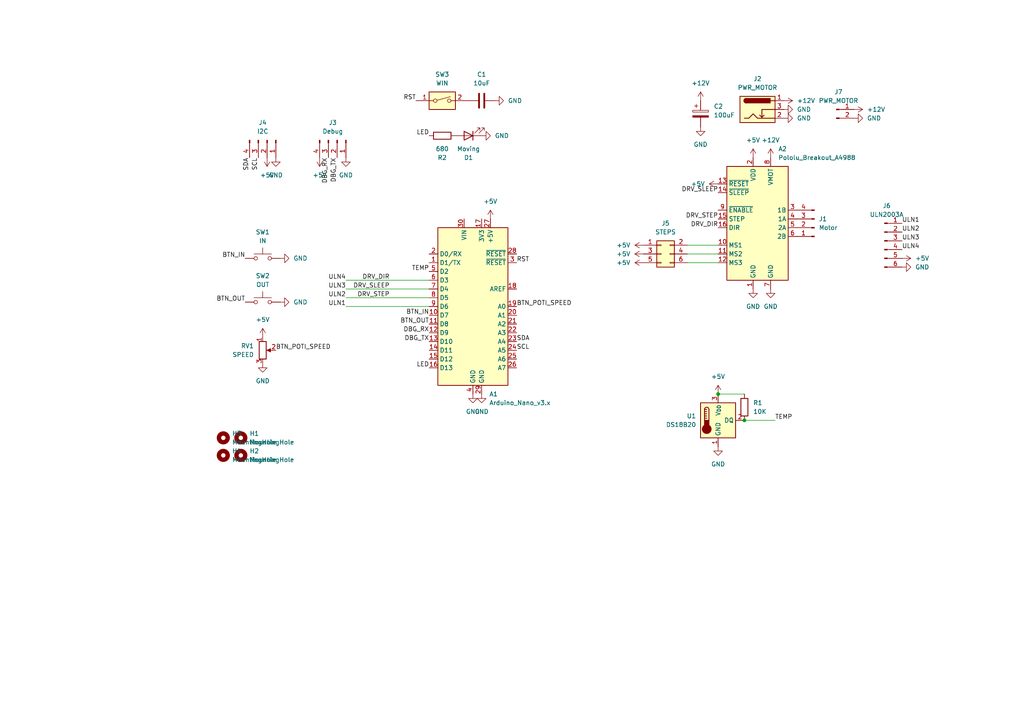
<source format=kicad_sch>
(kicad_sch (version 20230121) (generator eeschema)
  (paper "A4")
  (lib_symbols
    (symbol "Connector:Barrel_Jack_Switch" (pin_names hide)
      (property "Reference" "J" (at 0 5.334 0))
      (property "Value" "Barrel_Jack_Switch" (at 0 -5.08 0))
      (symbol "Barrel_Jack_Switch_0_1"
        (rectangle (start -5.08 3.81) (end 5.08 -3.81) (stroke (width 0.254)) (fill (type background)))
        (arc (start -3.302 3.175) (mid -3.9343 2.54) (end -3.302 1.905) (stroke (width 0.254)))
        (arc (start -3.302 3.175) (mid -3.9343 2.54) (end -3.302 1.905) (stroke (width 0.254)) (fill (type outline)))
        (polyline (pts (xy 1.27 -2.286) (xy 1.905 -1.651)) (stroke (width 0.254)))
        (polyline (pts (xy 5.08 2.54) (xy 3.81 2.54)) (stroke (width 0.254)))
        (polyline (pts (xy 5.08 0) (xy 1.27 0) (xy 1.27 -2.286) (xy 0.635 -1.651)) (stroke (width 0.254)))
        (polyline (pts (xy -3.81 -2.54) (xy -2.54 -2.54) (xy -1.27 -1.27) (xy 0 -2.54) (xy 2.54 -2.54) (xy 5.08 -2.54)) (stroke (width 0.254)))
        (rectangle (start 3.683 3.175) (end -3.302 1.905) (stroke (width 0.254)) (fill (type outline)))
      )
      (symbol "Barrel_Jack_Switch_1_1"
        (pin passive line (at 7.62 2.54 180) (length 2.54) (name "~") (number "1"))
        (pin passive line (at 7.62 -2.54 180) (length 2.54) (name "~") (number "2"))
        (pin passive line (at 7.62 0 180) (length 2.54) (name "~") (number "3"))
      )
    )
    (symbol "Connector:Conn_01x02_Pin" (pin_names (offset 1.016) hide)
      (property "Reference" "J" (at 0 2.54 0))
      (property "Value" "Conn_01x02_Pin" (at 0 -5.08 0))
      (symbol "Conn_01x02_Pin_1_1"
        (polyline (pts (xy 1.27 -2.54) (xy 0.8636 -2.54)) (stroke (width 0.1524)))
        (polyline (pts (xy 1.27 0) (xy 0.8636 0)) (stroke (width 0.1524)))
        (rectangle (start 0.8636 -2.413) (end 0 -2.667) (stroke (width 0.1524)) (fill (type outline)))
        (rectangle (start 0.8636 0.127) (end 0 -0.127) (stroke (width 0.1524)) (fill (type outline)))
        (pin passive line (at 5.08 0 180) (length 3.81) (name "Pin_1") (number "1"))
        (pin passive line (at 5.08 -2.54 180) (length 3.81) (name "Pin_2") (number "2"))
      )
    )
    (symbol "Connector:Conn_01x04_Pin" (pin_names (offset 1.016) hide)
      (property "Reference" "J" (at 0 5.08 0))
      (property "Value" "Conn_01x04_Pin" (at 0 -7.62 0))
      (symbol "Conn_01x04_Pin_1_1"
        (polyline (pts (xy 1.27 -5.08) (xy 0.8636 -5.08)) (stroke (width 0.1524)))
        (polyline (pts (xy 1.27 -2.54) (xy 0.8636 -2.54)) (stroke (width 0.1524)))
        (polyline (pts (xy 1.27 0) (xy 0.8636 0)) (stroke (width 0.1524)))
        (polyline (pts (xy 1.27 2.54) (xy 0.8636 2.54)) (stroke (width 0.1524)))
        (rectangle (start 0.8636 -4.953) (end 0 -5.207) (stroke (width 0.1524)) (fill (type outline)))
        (rectangle (start 0.8636 -2.413) (end 0 -2.667) (stroke (width 0.1524)) (fill (type outline)))
        (rectangle (start 0.8636 0.127) (end 0 -0.127) (stroke (width 0.1524)) (fill (type outline)))
        (rectangle (start 0.8636 2.667) (end 0 2.413) (stroke (width 0.1524)) (fill (type outline)))
        (pin passive line (at 5.08 2.54 180) (length 3.81) (name "Pin_1") (number "1"))
        (pin passive line (at 5.08 0 180) (length 3.81) (name "Pin_2") (number "2"))
        (pin passive line (at 5.08 -2.54 180) (length 3.81) (name "Pin_3") (number "3"))
        (pin passive line (at 5.08 -5.08 180) (length 3.81) (name "Pin_4") (number "4"))
      )
    )
    (symbol "Connector:Conn_01x06_Pin" (pin_names (offset 1.016) hide)
      (property "Reference" "J" (at 0 7.62 0))
      (property "Value" "Conn_01x06_Pin" (at 0 -10.16 0))
      (symbol "Conn_01x06_Pin_1_1"
        (polyline (pts (xy 1.27 -7.62) (xy 0.8636 -7.62)) (stroke (width 0.1524)))
        (polyline (pts (xy 1.27 -5.08) (xy 0.8636 -5.08)) (stroke (width 0.1524)))
        (polyline (pts (xy 1.27 -2.54) (xy 0.8636 -2.54)) (stroke (width 0.1524)))
        (polyline (pts (xy 1.27 0) (xy 0.8636 0)) (stroke (width 0.1524)))
        (polyline (pts (xy 1.27 2.54) (xy 0.8636 2.54)) (stroke (width 0.1524)))
        (polyline (pts (xy 1.27 5.08) (xy 0.8636 5.08)) (stroke (width 0.1524)))
        (rectangle (start 0.8636 -7.493) (end 0 -7.747) (stroke (width 0.1524)) (fill (type outline)))
        (rectangle (start 0.8636 -4.953) (end 0 -5.207) (stroke (width 0.1524)) (fill (type outline)))
        (rectangle (start 0.8636 -2.413) (end 0 -2.667) (stroke (width 0.1524)) (fill (type outline)))
        (rectangle (start 0.8636 0.127) (end 0 -0.127) (stroke (width 0.1524)) (fill (type outline)))
        (rectangle (start 0.8636 2.667) (end 0 2.413) (stroke (width 0.1524)) (fill (type outline)))
        (rectangle (start 0.8636 5.207) (end 0 4.953) (stroke (width 0.1524)) (fill (type outline)))
        (pin passive line (at 5.08 5.08 180) (length 3.81) (name "Pin_1") (number "1"))
        (pin passive line (at 5.08 2.54 180) (length 3.81) (name "Pin_2") (number "2"))
        (pin passive line (at 5.08 0 180) (length 3.81) (name "Pin_3") (number "3"))
        (pin passive line (at 5.08 -2.54 180) (length 3.81) (name "Pin_4") (number "4"))
        (pin passive line (at 5.08 -5.08 180) (length 3.81) (name "Pin_5") (number "5"))
        (pin passive line (at 5.08 -7.62 180) (length 3.81) (name "Pin_6") (number "6"))
      )
    )
    (symbol "Connector_Generic:Conn_02x03_Odd_Even" (pin_names (offset 1.016) hide)
      (property "Reference" "J" (at 1.27 5.08 0))
      (property "Value" "Conn_02x03_Odd_Even" (at 1.27 -5.08 0))
      (symbol "Conn_02x03_Odd_Even_1_1"
        (rectangle (start -1.27 -2.413) (end 0 -2.667) (stroke (width 0.1524)))
        (rectangle (start -1.27 0.127) (end 0 -0.127) (stroke (width 0.1524)))
        (rectangle (start -1.27 2.667) (end 0 2.413) (stroke (width 0.1524)))
        (rectangle (start -1.27 3.81) (end 3.81 -3.81) (stroke (width 0.254)) (fill (type background)))
        (rectangle (start 3.81 -2.413) (end 2.54 -2.667) (stroke (width 0.1524)))
        (rectangle (start 3.81 0.127) (end 2.54 -0.127) (stroke (width 0.1524)))
        (rectangle (start 3.81 2.667) (end 2.54 2.413) (stroke (width 0.1524)))
        (pin passive line (at -5.08 2.54 0) (length 3.81) (name "Pin_1") (number "1"))
        (pin passive line (at 7.62 2.54 180) (length 3.81) (name "Pin_2") (number "2"))
        (pin passive line (at -5.08 0 0) (length 3.81) (name "Pin_3") (number "3"))
        (pin passive line (at 7.62 0 180) (length 3.81) (name "Pin_4") (number "4"))
        (pin passive line (at -5.08 -2.54 0) (length 3.81) (name "Pin_5") (number "5"))
        (pin passive line (at 7.62 -2.54 180) (length 3.81) (name "Pin_6") (number "6"))
      )
    )
    (symbol "Device:C" (pin_numbers hide) (pin_names (offset 0.254))
      (property "Reference" "C" (at 0.635 2.54 0))
      (property "Value" "C" (at 0.635 -2.54 0))
      (symbol "C_0_1"
        (polyline (pts (xy -2.032 -0.762) (xy 2.032 -0.762)) (stroke (width 0.508)))
        (polyline (pts (xy -2.032 0.762) (xy 2.032 0.762)) (stroke (width 0.508)))
      )
      (symbol "C_1_1"
        (pin passive line (at 0 3.81 270) (length 2.794) (name "~") (number "1"))
        (pin passive line (at 0 -3.81 90) (length 2.794) (name "~") (number "2"))
      )
    )
    (symbol "Device:C_Polarized" (pin_numbers hide) (pin_names (offset 0.254))
      (property "Reference" "C" (at 0.635 2.54 0))
      (property "Value" "C_Polarized" (at 0.635 -2.54 0))
      (symbol "C_Polarized_0_1"
        (rectangle (start -2.286 0.508) (end 2.286 1.016))
        (polyline (pts (xy -1.778 2.286) (xy -0.762 2.286)))
        (polyline (pts (xy -1.27 2.794) (xy -1.27 1.778)))
        (rectangle (start 2.286 -0.508) (end -2.286 -1.016) (fill (type outline)))
      )
      (symbol "C_Polarized_1_1"
        (pin passive line (at 0 3.81 270) (length 2.794) (name "~") (number "1"))
        (pin passive line (at 0 -3.81 90) (length 2.794) (name "~") (number "2"))
      )
    )
    (symbol "Device:LED" (pin_numbers hide) (pin_names (offset 1.016) hide)
      (property "Reference" "D" (at 0 2.54 0))
      (property "Value" "LED" (at 0 -2.54 0))
      (symbol "LED_0_1"
        (polyline (pts (xy -1.27 -1.27) (xy -1.27 1.27)) (stroke (width 0.254)))
        (polyline (pts (xy -1.27 0) (xy 1.27 0)))
        (polyline (pts (xy 1.27 -1.27) (xy 1.27 1.27) (xy -1.27 0) (xy 1.27 -1.27)) (stroke (width 0.254)))
        (polyline (pts (xy -3.048 -0.762) (xy -4.572 -2.286) (xy -3.81 -2.286) (xy -4.572 -2.286) (xy -4.572 -1.524)))
        (polyline (pts (xy -1.778 -0.762) (xy -3.302 -2.286) (xy -2.54 -2.286) (xy -3.302 -2.286) (xy -3.302 -1.524)))
      )
      (symbol "LED_1_1"
        (pin passive line (at -3.81 0 0) (length 2.54) (name "K") (number "1"))
        (pin passive line (at 3.81 0 180) (length 2.54) (name "A") (number "2"))
      )
    )
    (symbol "Device:R" (pin_numbers hide) (pin_names (offset 0))
      (property "Reference" "R" (at 2.032 0 90))
      (property "Value" "R" (at 0 0 90))
      (symbol "R_0_1"
        (rectangle (start -1.016 -2.54) (end 1.016 2.54) (stroke (width 0.254)))
      )
      (symbol "R_1_1"
        (pin passive line (at 0 3.81 270) (length 1.27) (name "~") (number "1"))
        (pin passive line (at 0 -3.81 90) (length 1.27) (name "~") (number "2"))
      )
    )
    (symbol "Device:R_Potentiometer" (pin_names (offset 1.016) hide)
      (property "Reference" "RV" (at -4.445 0 90))
      (property "Value" "R_Potentiometer" (at -2.54 0 90))
      (symbol "R_Potentiometer_0_1"
        (polyline (pts (xy 2.54 0) (xy 1.524 0)))
        (polyline (pts (xy 1.143 0) (xy 2.286 0.508) (xy 2.286 -0.508) (xy 1.143 0)) (fill (type outline)))
        (rectangle (start 1.016 2.54) (end -1.016 -2.54) (stroke (width 0.254)))
      )
      (symbol "R_Potentiometer_1_1"
        (pin passive line (at 0 3.81 270) (length 1.27) (name "1") (number "1"))
        (pin passive line (at 3.81 0 180) (length 1.27) (name "2") (number "2"))
        (pin passive line (at 0 -3.81 90) (length 1.27) (name "3") (number "3"))
      )
    )
    (symbol "Driver_Motor:Pololu_Breakout_A4988"
      (property "Reference" "A" (at -2.54 19.05 0))
      (property "Value" "Pololu_Breakout_A4988" (at -2.54 16.51 0))
      (symbol "Pololu_Breakout_A4988_0_1"
        (rectangle (start 10.16 -17.78) (end -7.62 15.24) (stroke (width 0.254)) (fill (type background)))
      )
      (symbol "Pololu_Breakout_A4988_1_1"
        (pin power_in line (at 0 -20.32 90) (length 2.54) (name "GND") (number "1"))
        (pin input line (at -10.16 -7.62 0) (length 2.54) (name "MS1") (number "10"))
        (pin input line (at -10.16 -10.16 0) (length 2.54) (name "MS2") (number "11"))
        (pin input line (at -10.16 -12.7 0) (length 2.54) (name "MS3") (number "12"))
        (pin input line (at -10.16 10.16 0) (length 2.54) (name "~{RESET}") (number "13"))
        (pin input line (at -10.16 7.62 0) (length 2.54) (name "~{SLEEP}") (number "14"))
        (pin input line (at -10.16 0 0) (length 2.54) (name "STEP") (number "15"))
        (pin input line (at -10.16 -2.54 0) (length 2.54) (name "DIR") (number "16"))
        (pin power_in line (at 0 17.78 270) (length 2.54) (name "VDD") (number "2"))
        (pin output line (at 12.7 2.54 180) (length 2.54) (name "1B") (number "3"))
        (pin output line (at 12.7 0 180) (length 2.54) (name "1A") (number "4"))
        (pin output line (at 12.7 -2.54 180) (length 2.54) (name "2A") (number "5"))
        (pin output line (at 12.7 -5.08 180) (length 2.54) (name "2B") (number "6"))
        (pin power_in line (at 5.08 -20.32 90) (length 2.54) (name "GND") (number "7"))
        (pin power_in line (at 5.08 17.78 270) (length 2.54) (name "VMOT") (number "8"))
        (pin input line (at -10.16 2.54 0) (length 2.54) (name "~{ENABLE}") (number "9"))
      )
    )
    (symbol "MCU_Module:Arduino_Nano_v3.x"
      (property "Reference" "A" (at -10.16 23.495 0))
      (property "Value" "Arduino_Nano_v3.x" (at 5.08 -24.13 0))
      (symbol "Arduino_Nano_v3.x_0_1"
        (rectangle (start -10.16 22.86) (end 10.16 -22.86) (stroke (width 0.254)) (fill (type background)))
      )
      (symbol "Arduino_Nano_v3.x_1_1"
        (pin bidirectional line (at -12.7 12.7 0) (length 2.54) (name "D1/TX") (number "1"))
        (pin bidirectional line (at -12.7 -2.54 0) (length 2.54) (name "D7") (number "10"))
        (pin bidirectional line (at -12.7 -5.08 0) (length 2.54) (name "D8") (number "11"))
        (pin bidirectional line (at -12.7 -7.62 0) (length 2.54) (name "D9") (number "12"))
        (pin bidirectional line (at -12.7 -10.16 0) (length 2.54) (name "D10") (number "13"))
        (pin bidirectional line (at -12.7 -12.7 0) (length 2.54) (name "D11") (number "14"))
        (pin bidirectional line (at -12.7 -15.24 0) (length 2.54) (name "D12") (number "15"))
        (pin bidirectional line (at -12.7 -17.78 0) (length 2.54) (name "D13") (number "16"))
        (pin power_out line (at 2.54 25.4 270) (length 2.54) (name "3V3") (number "17"))
        (pin input line (at 12.7 5.08 180) (length 2.54) (name "AREF") (number "18"))
        (pin bidirectional line (at 12.7 0 180) (length 2.54) (name "A0") (number "19"))
        (pin bidirectional line (at -12.7 15.24 0) (length 2.54) (name "D0/RX") (number "2"))
        (pin bidirectional line (at 12.7 -2.54 180) (length 2.54) (name "A1") (number "20"))
        (pin bidirectional line (at 12.7 -5.08 180) (length 2.54) (name "A2") (number "21"))
        (pin bidirectional line (at 12.7 -7.62 180) (length 2.54) (name "A3") (number "22"))
        (pin bidirectional line (at 12.7 -10.16 180) (length 2.54) (name "A4") (number "23"))
        (pin bidirectional line (at 12.7 -12.7 180) (length 2.54) (name "A5") (number "24"))
        (pin bidirectional line (at 12.7 -15.24 180) (length 2.54) (name "A6") (number "25"))
        (pin bidirectional line (at 12.7 -17.78 180) (length 2.54) (name "A7") (number "26"))
        (pin power_out line (at 5.08 25.4 270) (length 2.54) (name "+5V") (number "27"))
        (pin input line (at 12.7 15.24 180) (length 2.54) (name "~{RESET}") (number "28"))
        (pin power_in line (at 2.54 -25.4 90) (length 2.54) (name "GND") (number "29"))
        (pin input line (at 12.7 12.7 180) (length 2.54) (name "~{RESET}") (number "3"))
        (pin power_in line (at -2.54 25.4 270) (length 2.54) (name "VIN") (number "30"))
        (pin power_in line (at 0 -25.4 90) (length 2.54) (name "GND") (number "4"))
        (pin bidirectional line (at -12.7 10.16 0) (length 2.54) (name "D2") (number "5"))
        (pin bidirectional line (at -12.7 7.62 0) (length 2.54) (name "D3") (number "6"))
        (pin bidirectional line (at -12.7 5.08 0) (length 2.54) (name "D4") (number "7"))
        (pin bidirectional line (at -12.7 2.54 0) (length 2.54) (name "D5") (number "8"))
        (pin bidirectional line (at -12.7 0 0) (length 2.54) (name "D6") (number "9"))
      )
    )
    (symbol "Mechanical:MountingHole" (pin_names (offset 1.016))
      (property "Reference" "H" (at 0 5.08 0))
      (property "Value" "MountingHole" (at 0 3.175 0))
      (symbol "MountingHole_0_1"
        (circle (center 0 0) (radius 1.27) (stroke (width 1.27)))
      )
    )
    (symbol "Sensor_Temperature:DS18B20"
      (property "Reference" "U" (at -3.81 6.35 0))
      (property "Value" "DS18B20" (at 6.35 6.35 0))
      (symbol "DS18B20_0_1"
        (rectangle (start -5.08 5.08) (end 5.08 -5.08) (stroke (width 0.254)) (fill (type background)))
        (circle (center -3.302 -2.54) (radius 1.27) (stroke (width 0.254)) (fill (type outline)))
        (rectangle (start -2.667 -1.905) (end -3.937 0) (stroke (width 0.254)) (fill (type outline)))
        (arc (start -2.667 3.175) (mid -3.302 3.8073) (end -3.937 3.175) (stroke (width 0.254)))
        (polyline (pts (xy -3.937 0.635) (xy -3.302 0.635)) (stroke (width 0.254)))
        (polyline (pts (xy -3.937 1.27) (xy -3.302 1.27)) (stroke (width 0.254)))
        (polyline (pts (xy -3.937 1.905) (xy -3.302 1.905)) (stroke (width 0.254)))
        (polyline (pts (xy -3.937 2.54) (xy -3.302 2.54)) (stroke (width 0.254)))
        (polyline (pts (xy -3.937 3.175) (xy -3.937 0)) (stroke (width 0.254)))
        (polyline (pts (xy -3.937 3.175) (xy -3.302 3.175)) (stroke (width 0.254)))
        (polyline (pts (xy -2.667 3.175) (xy -2.667 0)) (stroke (width 0.254)))
      )
      (symbol "DS18B20_1_1"
        (pin power_in line (at 0 -7.62 90) (length 2.54) (name "GND") (number "1"))
        (pin bidirectional line (at 7.62 0 180) (length 2.54) (name "DQ") (number "2"))
        (pin power_in line (at 0 7.62 270) (length 2.54) (name "V_{DD}") (number "3"))
      )
    )
    (symbol "Switch:SW_DIP_x01" (pin_names (offset 0) hide)
      (property "Reference" "SW" (at 0 3.81 0))
      (property "Value" "SW_DIP_x01" (at 0 -3.81 0))
      (symbol "SW_DIP_x01_0_0"
        (circle (center -2.032 0) (radius 0.508))
        (polyline (pts (xy -1.524 0.127) (xy 2.3622 1.1684)))
        (circle (center 2.032 0) (radius 0.508))
      )
      (symbol "SW_DIP_x01_0_1"
        (rectangle (start -3.81 2.54) (end 3.81 -2.54) (stroke (width 0.254)) (fill (type background)))
      )
      (symbol "SW_DIP_x01_1_1"
        (pin passive line (at -7.62 0 0) (length 5.08) (name "~") (number "1"))
        (pin passive line (at 7.62 0 180) (length 5.08) (name "~") (number "2"))
      )
    )
    (symbol "Switch:SW_Push" (pin_numbers hide) (pin_names (offset 1.016) hide)
      (property "Reference" "SW" (at 1.27 2.54 0))
      (property "Value" "SW_Push" (at 0 -1.524 0))
      (symbol "SW_Push_0_1"
        (circle (center -2.032 0) (radius 0.508))
        (polyline (pts (xy 0 1.27) (xy 0 3.048)))
        (polyline (pts (xy 2.54 1.27) (xy -2.54 1.27)))
        (circle (center 2.032 0) (radius 0.508))
        (pin passive line (at -5.08 0 0) (length 2.54) (name "1") (number "1"))
        (pin passive line (at 5.08 0 180) (length 2.54) (name "2") (number "2"))
      )
    )
    (symbol "power:+12V" (power) (pin_names (offset 0))
      (property "Value" "+12V" (at 0 3.556 0))
      (symbol "+12V_0_1"
        (polyline (pts (xy -0.762 1.27) (xy 0 2.54)))
        (polyline (pts (xy 0 0) (xy 0 2.54)))
        (polyline (pts (xy 0 2.54) (xy 0.762 1.27)))
      )
      (symbol "+12V_1_1"
        (pin power_in line (at 0 0 90) (length 0) hide (name "+12V") (number "1"))
      )
    )
    (symbol "power:+5V" (power) (pin_names (offset 0))
      (property "Value" "+5V" (at 0 3.556 0))
      (symbol "+5V_0_1"
        (polyline (pts (xy -0.762 1.27) (xy 0 2.54)))
        (polyline (pts (xy 0 0) (xy 0 2.54)))
        (polyline (pts (xy 0 2.54) (xy 0.762 1.27)))
      )
      (symbol "+5V_1_1"
        (pin power_in line (at 0 0 90) (length 0) hide (name "+5V") (number "1"))
      )
    )
    (symbol "power:GND" (power) (pin_names (offset 0))
      (property "Value" "GND" (at 0 -3.81 0))
      (symbol "GND_0_1"
        (polyline (pts (xy 0 0) (xy 0 -1.27) (xy 1.27 -1.27) (xy 0 -2.54) (xy -1.27 -1.27) (xy 0 -1.27)))
      )
      (symbol "GND_1_1"
        (pin power_in line (at 0 0 270) (length 0) hide (name "GND") (number "1"))
      )
    )
  )
  (junction (at 208.28 114.3))
  (junction (at 215.9 121.92))
  (wire (pts (xy 199.39 73.66) (xy 208.28 73.66)))
  (wire (pts (xy 208.28 114.3) (xy 215.9 114.3)))
  (wire (pts (xy 100.33 83.82) (xy 124.46 83.82)))
  (wire (pts (xy 199.39 76.2) (xy 208.28 76.2)))
  (wire (pts (xy 215.9 121.92) (xy 224.79 121.92)))
  (wire (pts (xy 100.33 88.9) (xy 124.46 88.9)))
  (wire (pts (xy 100.33 81.28) (xy 124.46 81.28)))
  (wire (pts (xy 199.39 71.12) (xy 208.28 71.12)))
  (wire (pts (xy 100.33 86.36) (xy 124.46 86.36)))
  (label "TEMP" (at 124.46 78.74 180))
  (label "BTN_OUT" (at 124.46 93.98 180))
  (label "SDA" (at 149.86 99.06 0))
  (label "DRV_STEP" (at 113.03 86.36 180))
  (label "BTN_POTI_SPEED" (at 80.01 101.6 0))
  (label "DBG_RX" (at 95.25 45.72 270))
  (label "DRV_DIR" (at 208.28 66.04 180))
  (label "BTN_OUT" (at 71.12 87.63 180))
  (label "DRV_DIR" (at 113.03 81.28 180))
  (label "ULN3" (at 100.33 83.82 180))
  (label "SCL" (at 74.93 45.72 270))
  (label "ULN1" (at 100.33 88.9 180))
  (label "LED" (at 124.46 39.37 180))
  (label "ULN2" (at 100.33 86.36 180))
  (label "ULN1" (at 261.62 64.77 0))
  (label "ULN4" (at 100.33 81.28 180))
  (label "BTN_IN" (at 124.46 91.44 180))
  (label "TEMP" (at 224.79 121.92 0))
  (label "DRV_SLEEP" (at 113.03 83.82 180))
  (label "SCL" (at 149.86 101.6 0))
  (label "BTN_POTI_SPEED" (at 149.86 88.9 0))
  (label "DRV_SLEEP" (at 208.28 55.88 180))
  (label "ULN4" (at 261.62 72.39 0))
  (label "DRV_STEP" (at 208.28 63.5 180))
  (label "ULN3" (at 261.62 69.85 0))
  (label "ULN2" (at 261.62 67.31 0))
  (label "DBG_TX" (at 124.46 99.06 180))
  (label "DBG_TX" (at 97.79 45.72 270))
  (label "RST" (at 149.86 76.2 0))
  (label "LED" (at 124.46 106.68 180))
  (label "DBG_RX" (at 124.46 96.52 180))
  (label "BTN_IN" (at 71.12 74.93 180))
  (label "SDA" (at 72.39 45.72 270))
  (label "RST" (at 120.65 29.21 180))
  (symbol (lib_id "power:GND") (at 80.01 45.72 0) (unit 1)
    (property "Reference" "#PWR023" (effects hide))
    (property "Value" "GND" (at 80.01 50.8 0))
  )
  (symbol (lib_id "power:GND") (at 247.65 34.29 90) (unit 1)
    (property "Reference" "#PWR031" (effects hide))
    (property "Value" "GND" (at 251.46 34.29 90) (effects (justify right)))
  )
  (symbol (lib_id "power:GND") (at 76.2 105.41 0) (unit 1)
    (property "Reference" "#PWR09" (effects hide))
    (property "Value" "GND" (at 76.2 110.49 0))
  )
  (symbol (lib_id "power:+5V") (at 186.69 71.12 90) (unit 1)
    (property "Reference" "#PWR025" (effects hide))
    (property "Value" "+5V" (at 182.88 71.12 90) (effects (justify left)))
  )
  (symbol (lib_id "Switch:SW_Push") (at 76.2 87.63 0) (unit 1)
    (property "Reference" "SW2" (at 76.2 80.01 0))
    (property "Value" "OUT" (at 76.2 82.55 0))
    (property "Footprint" "Button_Switch_SMD:SW_SPST_CK_RS282G05A3" (effects hide))
  )
  (symbol (lib_id "power:GND") (at 218.44 83.82 0) (unit 1)
    (property "Reference" "#PWR04" (effects hide))
    (property "Value" "GND" (at 218.44 88.9 0))
  )
  (symbol (lib_id "Sensor_Temperature:DS18B20") (at 208.28 121.92 0) (unit 1)
    (property "Reference" "U1" (at 201.93 120.65 0) (effects (justify right)))
    (property "Value" "DS18B20" (at 201.93 123.19 0) (effects (justify right)))
    (property "Footprint" "Package_TO_SOT_THT:TO-92_Inline" (effects hide))
    (property "Datasheet" "http://datasheets.maximintegrated.com/en/ds/DS18B20.pdf" (effects hide))
  )
  (symbol (lib_id "Device:C_Polarized") (at 203.2 33.02 0) (unit 1)
    (property "Reference" "C2" (at 207.01 30.861 0) (effects (justify left)))
    (property "Value" "100uF" (at 207.01 33.401 0) (effects (justify left)))
    (property "Footprint" "Capacitor_SMD:CP_Elec_6.3x5.9" (effects hide))
  )
  (symbol (lib_id "MCU_Module:Arduino_Nano_v3.x") (at 137.16 88.9 0) (unit 1)
    (property "Reference" "A1" (at 141.8941 114.3 0) (effects (justify left)))
    (property "Value" "Arduino_Nano_v3.x" (at 141.8941 116.84 0) (effects (justify left)))
    (property "Footprint" "Module:Arduino_Nano" (effects hide))
    (property "Datasheet" "http://www.mouser.com/pdfdocs/Gravitech_Arduino_Nano3_0.pdf" (effects hide))
  )
  (symbol (lib_id "power:GND") (at 203.2 36.83 0) (unit 1)
    (property "Reference" "#PWR019" (effects hide))
    (property "Value" "GND" (at 203.2 41.91 0))
  )
  (symbol (lib_id "Connector:Barrel_Jack_Switch") (at 219.71 31.75 0) (unit 1)
    (property "Reference" "J2" (at 219.71 22.86 0))
    (property "Value" "PWR_MOTOR" (at 219.71 25.4 0))
    (property "Footprint" "Connector_BarrelJack:BarrelJack_Horizontal" (effects hide))
    (property "Datasheet" "https://de.aliexpress.com/item/1005002561919358.html" (effects hide))
  )
  (symbol (lib_id "Driver_Motor:Pololu_Breakout_A4988") (at 218.44 63.5 0) (unit 1)
    (property "Reference" "A2" (at 225.7141 43.18 0) (effects (justify left)))
    (property "Value" "Pololu_Breakout_A4988" (at 225.7141 45.72 0) (effects (justify left)))
    (property "Footprint" "Module:Pololu_Breakout-16_15.2x20.3mm" (effects hide))
    (property "Datasheet" "https://www.pololu.com/product/2980/pictures" (effects hide))
  )
  (symbol (lib_id "Connector:Conn_01x06_Pin") (at 256.54 69.85 0) (unit 1)
    (property "Reference" "J6" (at 257.175 59.69 0))
    (property "Value" "ULN2003A" (at 257.175 62.23 0))
    (property "Footprint" "Connector_PinHeader_2.54mm:PinHeader_1x06_P2.54mm_Vertical" (effects hide))
  )
  (symbol (lib_id "power:GND") (at 261.62 77.47 90) (unit 1)
    (property "Reference" "#PWR028" (effects hide))
    (property "Value" "GND" (at 265.43 77.47 90) (effects (justify right)))
  )
  (symbol (lib_id "power:GND") (at 100.33 45.72 0) (unit 1)
    (property "Reference" "#PWR022" (effects hide))
    (property "Value" "GND" (at 100.33 50.8 0))
  )
  (symbol (lib_id "power:+5V") (at 208.28 53.34 90) (unit 1)
    (property "Reference" "#PWR020" (effects hide))
    (property "Value" "+5V" (at 204.47 53.34 90) (effects (justify left)))
  )
  (symbol (lib_id "power:+5V") (at 208.28 114.3 0) (unit 1)
    (property "Reference" "#PWR013" (effects hide))
    (property "Value" "+5V" (at 208.28 109.22 0))
  )
  (symbol (lib_id "power:GND") (at 81.28 87.63 90) (unit 1)
    (property "Reference" "#PWR08" (effects hide))
    (property "Value" "GND" (at 85.09 87.63 90) (effects (justify right)))
  )
  (symbol (lib_id "Connector:Conn_01x04_Pin") (at 236.22 66.04 180) (unit 1)
    (property "Reference" "J1" (at 237.49 63.5 0) (effects (justify right)))
    (property "Value" "Motor" (at 237.49 66.04 0) (effects (justify right)))
    (property "Footprint" "Connector_JST:JST_XH_B4B-XH-A_1x04_P2.50mm_Vertical" (effects hide))
  )
  (symbol (lib_id "Mechanical:MountingHole") (at 69.85 127 0) (unit 1)
    (property "Reference" "H1" (at 72.39 125.73 0) (effects (justify left)))
    (property "Value" "MountingHole" (at 72.39 128.27 0) (effects (justify left)))
    (property "Footprint" "MountingHole:MountingHole_3.2mm_M3" (effects hide))
  )
  (symbol (lib_id "power:+12V") (at 223.52 45.72 0) (unit 1)
    (property "Reference" "#PWR015" (effects hide))
    (property "Value" "+12V" (at 223.52 40.64 0))
  )
  (symbol (lib_id "power:GND") (at 208.28 129.54 0) (unit 1)
    (property "Reference" "#PWR012" (effects hide))
    (property "Value" "GND" (at 208.28 134.62 0))
  )
  (symbol (lib_id "power:+5V") (at 218.44 45.72 0) (unit 1)
    (property "Reference" "#PWR016" (effects hide))
    (property "Value" "+5V" (at 218.44 40.64 0))
  )
  (symbol (lib_id "power:+12V") (at 203.2 29.21 0) (unit 1)
    (property "Reference" "#PWR018" (effects hide))
    (property "Value" "+12V" (at 203.2 24.13 0))
  )
  (symbol (lib_id "Device:R_Potentiometer") (at 76.2 101.6 0) (unit 1)
    (property "Reference" "RV1" (at 73.66 100.33 0) (effects (justify right)))
    (property "Value" "SPEED" (at 73.66 102.87 0) (effects (justify right)))
    (property "Footprint" "Potentiometer_THT:Potentiometer_Vishay_T73YP_Vertical" (effects hide))
    (property "Datasheet" "https://de.aliexpress.com/item/1005003399827077.html" (effects hide))
  )
  (symbol (lib_id "power:+12V") (at 227.33 29.21 270) (unit 1)
    (property "Reference" "#PWR014" (effects hide))
    (property "Value" "+12V" (at 231.14 29.21 90) (effects (justify left)))
  )
  (symbol (lib_id "Connector:Conn_01x02_Pin") (at 242.57 31.75 0) (unit 1)
    (property "Reference" "J7" (at 243.205 26.67 0))
    (property "Value" "PWR_MOTOR" (at 243.205 29.21 0))
    (property "Footprint" "Connector_PinHeader_2.54mm:PinHeader_1x02_P2.54mm_Vertical" (effects hide))
  )
  (symbol (lib_id "Switch:SW_Push") (at 76.2 74.93 0) (unit 1)
    (property "Reference" "SW1" (at 76.2 67.31 0))
    (property "Value" "IN" (at 76.2 69.85 0))
    (property "Footprint" "Button_Switch_SMD:SW_SPST_CK_RS282G05A3" (effects hide))
  )
  (symbol (lib_id "Mechanical:MountingHole") (at 64.77 127 0) (unit 1)
    (property "Reference" "H3" (at 67.31 125.73 0) (effects (justify left)))
    (property "Value" "MountingHole" (at 67.31 128.27 0) (effects (justify left)))
    (property "Footprint" "MountingHole:MountingHole_3.2mm_M3" (effects hide))
  )
  (symbol (lib_id "Device:LED") (at 135.89 39.37 180) (unit 1)
    (property "Reference" "D1" (at 135.89 45.72 0))
    (property "Value" "Moving" (at 135.89 43.18 0))
    (property "Footprint" "LED_SMD:LED_0805_2012Metric" (effects hide))
  )
  (symbol (lib_id "power:+5V") (at 186.69 73.66 90) (unit 1)
    (property "Reference" "#PWR026" (effects hide))
    (property "Value" "+5V" (at 182.88 73.66 90) (effects (justify left)))
  )
  (symbol (lib_id "power:+5V") (at 76.2 97.79 0) (unit 1)
    (property "Reference" "#PWR011" (effects hide))
    (property "Value" "+5V" (at 76.2 92.71 0))
  )
  (symbol (lib_id "power:GND") (at 227.33 34.29 90) (unit 1)
    (property "Reference" "#PWR06" (effects hide))
    (property "Value" "GND" (at 231.14 34.29 90) (effects (justify right)))
  )
  (symbol (lib_id "Connector:Conn_01x04_Pin") (at 77.47 40.64 270) (unit 1)
    (property "Reference" "J4" (at 76.2 35.56 90))
    (property "Value" "I2C" (at 76.2 38.1 90))
    (property "Footprint" "Connector_PinHeader_2.54mm:PinHeader_1x04_P2.54mm_Vertical" (effects hide))
  )
  (symbol (lib_id "power:+12V") (at 247.65 31.75 270) (unit 1)
    (property "Reference" "#PWR030" (effects hide))
    (property "Value" "+12V" (at 251.46 31.75 90) (effects (justify left)))
  )
  (symbol (lib_id "power:GND") (at 81.28 74.93 90) (unit 1)
    (property "Reference" "#PWR07" (effects hide))
    (property "Value" "GND" (at 85.09 74.93 90) (effects (justify right)))
  )
  (symbol (lib_id "power:GND") (at 139.7 114.3 0) (unit 1)
    (property "Reference" "#PWR02" (effects hide))
    (property "Value" "GND" (at 139.7 119.38 0))
  )
  (symbol (lib_id "power:+5V") (at 77.47 45.72 180) (unit 1)
    (property "Reference" "#PWR024" (effects hide))
    (property "Value" "+5V" (at 77.47 50.8 0))
  )
  (symbol (lib_id "power:+5V") (at 92.71 45.72 180) (unit 1)
    (property "Reference" "#PWR021" (effects hide))
    (property "Value" "+5V" (at 92.71 50.8 0))
  )
  (symbol (lib_id "Switch:SW_DIP_x01") (at 128.27 29.21 0) (unit 1)
    (property "Reference" "SW3" (at 128.27 21.59 0))
    (property "Value" "WIN" (at 128.27 24.13 0))
    (property "Footprint" "Button_Switch_SMD:SW_DIP_SPSTx01_Slide_6.7x4.1mm_W6.73mm_P2.54mm_LowProfile_JPin" (effects hide))
  )
  (symbol (lib_id "power:+5V") (at 186.69 76.2 90) (unit 1)
    (property "Reference" "#PWR027" (effects hide))
    (property "Value" "+5V" (at 182.88 76.2 90) (effects (justify left)))
  )
  (symbol (lib_id "Mechanical:MountingHole") (at 69.85 132.08 0) (unit 1)
    (property "Reference" "H2" (at 72.39 130.81 0) (effects (justify left)))
    (property "Value" "MountingHole" (at 72.39 133.35 0) (effects (justify left)))
    (property "Footprint" "MountingHole:MountingHole_3.2mm_M3" (effects hide))
  )
  (symbol (lib_id "Connector_Generic:Conn_02x03_Odd_Even") (at 191.77 73.66 0) (unit 1)
    (property "Reference" "J5" (at 193.04 64.77 0))
    (property "Value" "STEPS" (at 193.04 67.31 0))
    (property "Footprint" "Connector_PinHeader_2.54mm:PinHeader_2x03_P2.54mm_Vertical" (effects hide))
  )
  (symbol (lib_id "power:GND") (at 137.16 114.3 0) (unit 1)
    (property "Reference" "#PWR01" (effects hide))
    (property "Value" "GND" (at 137.16 119.38 0))
  )
  (symbol (lib_id "Device:R") (at 128.27 39.37 270) (unit 1)
    (property "Reference" "R2" (at 128.27 45.72 90))
    (property "Value" "680" (at 128.27 43.18 90))
    (property "Footprint" "Resistor_SMD:R_1206_3216Metric" (effects hide))
  )
  (symbol (lib_id "Device:C") (at 139.7 29.21 90) (unit 1)
    (property "Reference" "C1" (at 139.7 21.59 90))
    (property "Value" "10uF" (at 139.7 24.13 90))
    (property "Footprint" "Capacitor_SMD:C_1206_3216Metric" (effects hide))
  )
  (symbol (lib_id "power:+5V") (at 142.24 63.5 0) (unit 1)
    (property "Reference" "#PWR010" (effects hide))
    (property "Value" "+5V" (at 142.24 58.42 0))
  )
  (symbol (lib_id "Connector:Conn_01x04_Pin") (at 97.79 40.64 270) (unit 1)
    (property "Reference" "J3" (at 96.52 35.56 90))
    (property "Value" "Debug" (at 96.52 38.1 90))
    (property "Footprint" "Connector_PinHeader_2.54mm:PinHeader_1x04_P2.54mm_Vertical" (effects hide))
  )
  (symbol (lib_id "power:GND") (at 139.7 39.37 90) (unit 1)
    (property "Reference" "#PWR03" (effects hide))
    (property "Value" "GND" (at 143.51 39.37 90) (effects (justify right)))
  )
  (symbol (lib_id "power:+5V") (at 261.62 74.93 270) (unit 1)
    (property "Reference" "#PWR029" (effects hide))
    (property "Value" "+5V" (at 265.43 74.93 90) (effects (justify left)))
  )
  (symbol (lib_id "power:GND") (at 143.51 29.21 90) (unit 1)
    (property "Reference" "#PWR017" (effects hide))
    (property "Value" "GND" (at 147.32 29.21 90) (effects (justify right)))
  )
  (symbol (lib_id "power:GND") (at 227.33 31.75 90) (unit 1)
    (property "Reference" "#PWR032" (effects hide))
    (property "Value" "GND" (at 231.14 31.75 90) (effects (justify right)))
  )
  (symbol (lib_id "Device:R") (at 215.9 118.11 0) (unit 1)
    (property "Reference" "R1" (at 218.44 116.84 0) (effects (justify left)))
    (property "Value" "10K" (at 218.44 119.38 0) (effects (justify left)))
    (property "Footprint" "Resistor_SMD:R_1206_3216Metric" (effects hide))
  )
  (symbol (lib_id "power:GND") (at 223.52 83.82 0) (unit 1)
    (property "Reference" "#PWR05" (effects hide))
    (property "Value" "GND" (at 223.52 88.9 0))
  )
  (symbol (lib_id "Mechanical:MountingHole") (at 64.77 132.08 0) (unit 1)
    (property "Reference" "H4" (at 67.31 130.81 0) (effects (justify left)))
    (property "Value" "MountingHole" (at 67.31 133.35 0) (effects (justify left)))
    (property "Footprint" "MountingHole:MountingHole_3.2mm_M3" (effects hide))
  )
)
</source>
